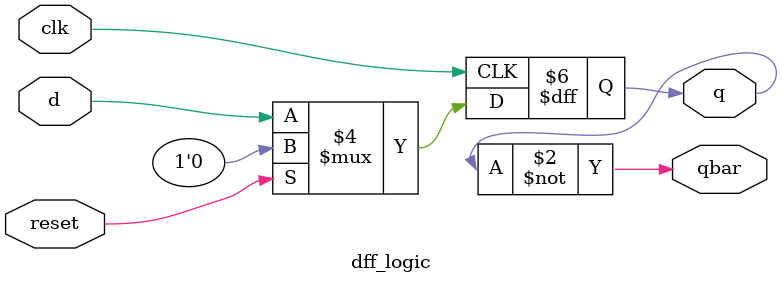
<source format=v>
module dff_logic(d,clk,reset,q,qbar);
input d,clk,reset;
output qbar;
output reg q;

always @(posedge clk)
 begin
     if (reset)
	 q=0;
	 else
	
     q=d;	 
 end	 
 
 
 assign qbar=~q;
 
endmodule
</source>
